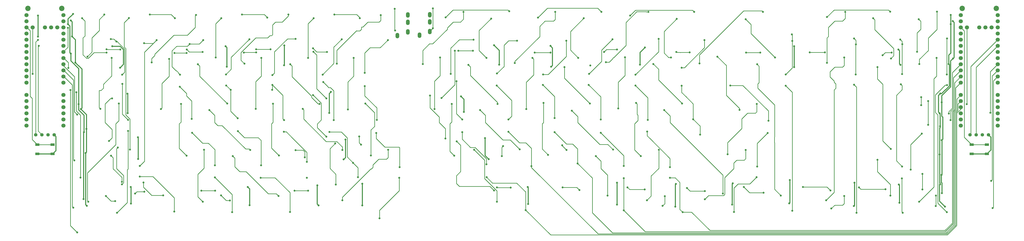
<source format=gbr>
G04 #@! TF.GenerationSoftware,KiCad,Pcbnew,(5.1.9)-1*
G04 #@! TF.CreationDate,2021-03-29T22:20:50-07:00*
G04 #@! TF.ProjectId,bakekujira,62616b65-6b75-46a6-9972-612e6b696361,0.3*
G04 #@! TF.SameCoordinates,Original*
G04 #@! TF.FileFunction,Copper,L1,Top*
G04 #@! TF.FilePolarity,Positive*
%FSLAX46Y46*%
G04 Gerber Fmt 4.6, Leading zero omitted, Abs format (unit mm)*
G04 Created by KiCad (PCBNEW (5.1.9)-1) date 2021-03-29 22:20:50*
%MOMM*%
%LPD*%
G01*
G04 APERTURE LIST*
G04 #@! TA.AperFunction,ComponentPad*
%ADD10C,1.397000*%
G04 #@! TD*
G04 #@! TA.AperFunction,ComponentPad*
%ADD11C,1.700000*%
G04 #@! TD*
G04 #@! TA.AperFunction,ComponentPad*
%ADD12C,2.200000*%
G04 #@! TD*
G04 #@! TA.AperFunction,ComponentPad*
%ADD13O,1.500000X2.300000*%
G04 #@! TD*
G04 #@! TA.AperFunction,SMDPad,CuDef*
%ADD14R,1.700000X1.000000*%
G04 #@! TD*
G04 #@! TA.AperFunction,ViaPad*
%ADD15C,0.800000*%
G04 #@! TD*
G04 #@! TA.AperFunction,Conductor*
%ADD16C,0.381000*%
G04 #@! TD*
G04 #@! TA.AperFunction,Conductor*
%ADD17C,0.254000*%
G04 #@! TD*
G04 APERTURE END LIST*
D10*
X420587500Y-90000000D03*
X418047500Y-90000000D03*
X415507500Y-90000000D03*
X412967500Y-90000000D03*
D11*
X409179000Y-40513000D03*
X424394000Y-43053000D03*
D12*
X409789000Y-37688200D03*
X423784400Y-37688200D03*
D11*
X424394000Y-40513000D03*
X421854000Y-45593000D03*
X424394000Y-45593000D03*
X424394000Y-48133000D03*
X424394000Y-50673000D03*
X424394000Y-53213000D03*
X419314000Y-45593000D03*
X416774000Y-45593000D03*
X424394000Y-55753000D03*
X424394000Y-58293000D03*
X424394000Y-60833000D03*
X424394000Y-63373000D03*
X424394000Y-65913000D03*
X424394000Y-68453000D03*
X424394000Y-76073000D03*
X424394000Y-81153000D03*
X424394000Y-83693000D03*
X424394000Y-78613000D03*
X424394000Y-86233000D03*
X424394000Y-73533000D03*
X409179000Y-43053000D03*
X409179000Y-45593000D03*
X409179000Y-50673000D03*
X411719000Y-45593000D03*
X409179000Y-48133000D03*
X409179000Y-53213000D03*
X409179000Y-55753000D03*
X409179000Y-58293000D03*
X409179000Y-63373000D03*
X409179000Y-65913000D03*
X409179000Y-60833000D03*
X409179000Y-68453000D03*
X409179000Y-76073000D03*
X409179000Y-73533000D03*
X409179000Y-81153000D03*
X409179000Y-78613000D03*
X409179000Y-83693000D03*
X409179000Y-86233000D03*
X23759000Y-40513000D03*
X38974000Y-43053000D03*
D12*
X24369000Y-37688200D03*
X38364400Y-37688200D03*
D11*
X38974000Y-40513000D03*
X36434000Y-45593000D03*
X38974000Y-45593000D03*
X38974000Y-48133000D03*
X38974000Y-50673000D03*
X38974000Y-53213000D03*
X33894000Y-45593000D03*
X31354000Y-45593000D03*
X38974000Y-55753000D03*
X38974000Y-58293000D03*
X38974000Y-60833000D03*
X38974000Y-63373000D03*
X38974000Y-65913000D03*
X38974000Y-68453000D03*
X38974000Y-76073000D03*
X38974000Y-81153000D03*
X38974000Y-83693000D03*
X38974000Y-78613000D03*
X38974000Y-86233000D03*
X38974000Y-73533000D03*
X23759000Y-43053000D03*
X23759000Y-45593000D03*
X23759000Y-50673000D03*
X26299000Y-45593000D03*
X23759000Y-48133000D03*
X23759000Y-53213000D03*
X23759000Y-55753000D03*
X23759000Y-58293000D03*
X23759000Y-63373000D03*
X23759000Y-65913000D03*
X23759000Y-60833000D03*
X23759000Y-68453000D03*
X23759000Y-76073000D03*
X23759000Y-73533000D03*
X23759000Y-81153000D03*
X23759000Y-78613000D03*
X23759000Y-83693000D03*
X23759000Y-86233000D03*
D10*
X35215000Y-90000000D03*
X32675000Y-90000000D03*
X30135000Y-90000000D03*
X27595000Y-90000000D03*
D13*
X181102000Y-40430000D03*
X181102000Y-43430000D03*
X181102000Y-47430000D03*
X176802000Y-48930000D03*
X190173500Y-40303000D03*
X190173500Y-43303000D03*
X190173500Y-47303000D03*
X185873500Y-48803000D03*
D14*
X34555000Y-97900000D03*
X28255000Y-97900000D03*
X34555000Y-94100000D03*
X28255000Y-94100000D03*
X419927500Y-97900000D03*
X413627500Y-97900000D03*
X419927500Y-94100000D03*
X413627500Y-94100000D03*
D15*
X47342490Y-116586000D03*
X40894004Y-44196010D03*
X47498000Y-88900000D03*
X42989079Y-39957069D03*
X42037000Y-56388000D03*
X45292839Y-77321888D03*
X40865500Y-45720000D03*
X208216500Y-50673000D03*
X198818500Y-64770000D03*
X203517500Y-83693000D03*
X203517500Y-88900000D03*
X229679500Y-121158000D03*
X213515510Y-102235000D03*
X213571569Y-107547940D03*
X201168000Y-67818000D03*
X41021000Y-62357000D03*
X44704000Y-81661000D03*
X421372990Y-80899000D03*
X43526010Y-100584000D03*
X421700000Y-109100000D03*
X43053000Y-120142000D03*
X175641000Y-37846000D03*
X175810475Y-46820525D03*
X267335000Y-54737000D03*
X262001000Y-55753000D03*
X95885000Y-113157000D03*
X101600000Y-113157000D03*
X392811000Y-74422000D03*
X392874500Y-77787500D03*
X147701000Y-55753000D03*
X141986000Y-54229000D03*
X124460000Y-54610000D03*
X118491010Y-54610000D03*
X147447000Y-74930000D03*
X142113000Y-55626000D03*
X134366000Y-113157000D03*
X139954000Y-113157000D03*
X196596000Y-91567000D03*
X190246000Y-73787000D03*
X201231500Y-92710000D03*
X216655933Y-113036067D03*
X61468000Y-95250000D03*
X63119000Y-110474003D03*
X225234500Y-60325000D03*
X241871500Y-39154021D03*
X65659000Y-83820000D03*
X58547000Y-50419000D03*
X63246000Y-65151000D03*
X65659000Y-88392000D03*
X61087000Y-122301000D03*
X60833000Y-51435000D03*
X63274361Y-68903959D03*
X77470000Y-50800000D03*
X70485000Y-102870000D03*
X84709000Y-121793000D03*
X72276000Y-52095489D03*
X70485000Y-107276979D03*
X96647000Y-50800000D03*
X86995000Y-70104000D03*
X91948000Y-83439000D03*
X92075000Y-89154000D03*
X101473000Y-102616000D03*
X108585000Y-122047000D03*
X87122000Y-65151000D03*
X91059000Y-52422490D03*
X101473000Y-107657979D03*
X106172000Y-69596000D03*
X110871000Y-83185000D03*
X110998000Y-88519000D03*
X120523000Y-102616000D03*
X132461000Y-121920000D03*
X106045000Y-65024000D03*
X115697000Y-50453990D03*
X120396000Y-107784979D03*
X108013500Y-71408990D03*
X125222000Y-69342000D03*
X130048000Y-83947000D03*
X129921000Y-88773000D03*
X125222000Y-65278000D03*
X134747000Y-50291992D03*
X139446000Y-101219000D03*
X125095000Y-71374000D03*
X139446000Y-107784979D03*
X153797000Y-50482500D03*
X145923000Y-65151000D03*
X148774430Y-88830421D03*
X150495000Y-83947000D03*
X146177000Y-68199000D03*
X158496000Y-101600000D03*
X160528000Y-107568996D03*
X44323000Y-72390000D03*
X46037500Y-107759500D03*
X172847000Y-50800000D03*
X163322000Y-64389000D03*
X163322000Y-69850000D03*
X168275000Y-83820000D03*
X168021000Y-89281000D03*
X177673000Y-103378000D03*
X177546000Y-107823000D03*
X169418000Y-124587000D03*
X44704000Y-130429000D03*
X41910000Y-71501000D03*
X217868500Y-64643000D03*
X226123500Y-51054000D03*
X217741500Y-69596000D03*
X222567500Y-83693000D03*
X222567500Y-88773000D03*
X232092500Y-102997000D03*
X246443500Y-51054000D03*
X241617500Y-83058000D03*
X241617500Y-88900000D03*
X251142500Y-101854000D03*
X236791500Y-69342006D03*
X236918500Y-65024000D03*
X260667500Y-83693000D03*
X260667500Y-89154000D03*
X270192500Y-102870000D03*
X270192500Y-107950000D03*
X270192500Y-121285000D03*
X265468100Y-50469800D03*
X255714500Y-69342000D03*
X255841500Y-64770000D03*
X294449500Y-122047000D03*
X289242500Y-107823000D03*
X284543500Y-50292000D03*
X275018500Y-65151000D03*
X275018500Y-69596000D03*
X279844500Y-88646000D03*
X280098500Y-83820000D03*
X289242500Y-103378000D03*
X294068500Y-69723000D03*
X298767500Y-83566000D03*
X294068500Y-62230000D03*
X303466500Y-50800000D03*
X301625000Y-89916000D03*
X404956946Y-83947000D03*
X339661500Y-121412000D03*
X336994500Y-69723000D03*
X336994500Y-65024000D03*
X339680499Y-51136499D03*
X339534500Y-48450500D03*
X315658500Y-121920000D03*
X324929500Y-107569000D03*
X325183500Y-103124000D03*
X314134500Y-69596000D03*
X329882500Y-84201000D03*
X329501500Y-89281000D03*
X404304500Y-81216500D03*
X191452500Y-37719000D03*
X191452500Y-45875000D03*
X207899000Y-55245000D03*
X201929996Y-55245000D03*
X297307000Y-55880000D03*
X291846000Y-55753000D03*
X223520000Y-111887000D03*
X217805000Y-111760000D03*
X251904500Y-112903000D03*
X244919500Y-111760000D03*
X278828500Y-112649000D03*
X271716500Y-111760000D03*
X187261500Y-60706000D03*
X204025500Y-39144510D03*
X262826500Y-59944000D03*
X280352500Y-39154021D03*
X301434500Y-60452000D03*
X327596500Y-39100032D03*
X376936000Y-57121500D03*
X380619000Y-56007000D03*
X391160000Y-55626000D03*
X391795000Y-42164000D03*
X93726000Y-40386000D03*
X75438000Y-60071000D03*
X131826000Y-40259000D03*
X113665000Y-60579000D03*
X142240000Y-41783000D03*
X139954000Y-58166000D03*
X28847989Y-53200000D03*
X28500000Y-50700000D03*
X320611500Y-56007000D03*
X326453500Y-56007000D03*
X194945000Y-74803000D03*
X200440999Y-55210007D03*
X422300000Y-120300002D03*
X196659500Y-41402000D03*
X222948500Y-38890510D03*
X54229000Y-79248000D03*
X58928000Y-58166000D03*
X325056500Y-77244500D03*
X312991500Y-98044000D03*
X163576000Y-77089000D03*
X165862000Y-98615502D03*
X411600000Y-77299996D03*
X149352000Y-72263000D03*
X148669501Y-80946499D03*
X154590490Y-100171510D03*
X69797501Y-100001499D03*
X69723000Y-91059000D03*
X48641000Y-119380000D03*
X162284490Y-119221510D03*
X162306000Y-110236000D03*
X115824004Y-119126000D03*
X42037000Y-42672000D03*
X46228000Y-79375000D03*
X62357000Y-62230000D03*
X59182000Y-53339988D03*
X106426000Y-61849000D03*
X105918000Y-53340000D03*
X66854490Y-118438510D03*
X66802000Y-111633000D03*
X115062000Y-111633000D03*
X144272000Y-119253000D03*
X143764000Y-110963000D03*
X65532000Y-81026000D03*
X65452522Y-73025000D03*
X48133004Y-97536000D03*
X130079490Y-52990490D03*
X130048000Y-61214000D03*
X42545000Y-49276000D03*
X43953778Y-60107827D03*
X155355990Y-91948000D03*
X48533003Y-87610997D03*
X26300000Y-64800000D03*
X28499998Y-49400000D03*
X28500000Y-40700000D03*
X354012500Y-60198000D03*
X361505500Y-39116000D03*
X258635500Y-98806000D03*
X263461500Y-115189000D03*
X151384000Y-110617000D03*
X151130000Y-93564010D03*
X169890249Y-40478685D03*
X151765000Y-60579000D03*
X218122500Y-77216000D03*
X206057500Y-61087000D03*
X245706900Y-62001400D03*
X256222500Y-77089000D03*
X79248000Y-79375000D03*
X82612782Y-58648521D03*
X199199500Y-77216000D03*
X200215500Y-98679000D03*
X284600933Y-96208567D03*
X279717500Y-117094000D03*
X380174500Y-115189000D03*
X374840500Y-100330000D03*
X365188500Y-50165000D03*
X365823500Y-65024000D03*
X365188500Y-69250000D03*
X366204500Y-122301000D03*
X365950500Y-52578000D03*
X384238500Y-50546000D03*
X385000500Y-64897000D03*
X384492500Y-69123000D03*
X385000500Y-103124000D03*
X384873500Y-108077000D03*
X385254500Y-122301000D03*
X385063086Y-52549490D03*
X403542500Y-50165000D03*
X403387000Y-65024000D03*
X403542500Y-69469000D03*
X403450490Y-122047000D03*
X141971019Y-73577357D03*
X161798000Y-94107000D03*
X161036000Y-90741500D03*
X147460269Y-90791731D03*
X327774468Y-113995032D03*
X319722500Y-111633000D03*
X234759500Y-41529000D03*
X260921500Y-39100032D03*
X272796000Y-40640000D03*
X299212000Y-39116000D03*
X332549500Y-58039000D03*
X320412029Y-42192510D03*
X194373500Y-58039000D03*
X192087500Y-79375000D03*
X232473500Y-58194500D03*
X229933500Y-79375000D03*
X270700500Y-57912000D03*
X267906500Y-79121000D03*
X66040000Y-41656000D03*
X66445261Y-96139000D03*
X104140000Y-41783000D03*
X101854000Y-58039000D03*
X134747000Y-96393000D03*
X138557000Y-99314000D03*
X287083500Y-115443000D03*
X286194500Y-119431000D03*
X80137000Y-115062000D03*
X58674000Y-98679000D03*
X72009000Y-109728000D03*
X63119000Y-109474000D03*
X56515000Y-115316000D03*
X60325000Y-117475000D03*
X97027282Y-96167500D03*
X96520000Y-117728996D03*
X107696000Y-117221000D03*
X103999032Y-115075968D03*
X55880000Y-40259000D03*
X48895000Y-57658000D03*
X127762000Y-115316000D03*
X108839000Y-98806000D03*
X172986532Y-96167500D03*
X154051000Y-117094000D03*
X405955500Y-58420000D03*
X401256500Y-106630823D03*
X401383494Y-114173000D03*
X401291490Y-92202000D03*
X401291499Y-76552499D03*
X405834989Y-42926000D03*
X404177500Y-60706000D03*
X230695500Y-118618000D03*
X383857500Y-118110000D03*
X383603500Y-110617000D03*
X365315500Y-109855000D03*
X365061500Y-119507000D03*
X338645500Y-108712000D03*
X338391500Y-118364000D03*
X315150500Y-110109000D03*
X291401500Y-119761000D03*
X267398508Y-118872000D03*
X214439500Y-100076000D03*
X384273500Y-61087000D03*
X340423500Y-61976000D03*
X340423497Y-53340003D03*
X256349500Y-61341000D03*
X218757500Y-60960000D03*
X314896500Y-118872000D03*
X291655500Y-110362996D03*
X267398500Y-109855000D03*
X400592990Y-86487000D03*
X400592990Y-110490000D03*
X230530676Y-111595176D03*
X400685000Y-72898000D03*
X216662006Y-52959000D03*
X278892000Y-53848000D03*
X276860000Y-60960000D03*
X240157000Y-61849000D03*
X239903000Y-53213000D03*
X400685000Y-72898000D03*
X400494500Y-81118010D03*
X400465998Y-98142498D03*
X402653500Y-119761000D03*
X405003000Y-44259500D03*
X383413000Y-54737000D03*
X203009500Y-74104500D03*
X204216000Y-80518000D03*
X212915500Y-91376500D03*
X405000000Y-40400000D03*
X89789000Y-56134000D03*
X84836000Y-56134000D03*
X62484000Y-54737000D03*
X56769000Y-54610000D03*
X118491000Y-55880000D03*
X113411000Y-56007000D03*
X96393000Y-55753000D03*
X89916000Y-54737000D03*
X355409500Y-113030000D03*
X344106500Y-111633000D03*
X378142500Y-112522000D03*
X367220500Y-111760000D03*
X393319000Y-112649000D03*
X393319000Y-106172000D03*
X388556500Y-104394002D03*
X393128500Y-89535000D03*
X346900500Y-55880000D03*
X353123500Y-55880000D03*
X56769000Y-56007000D03*
X46736000Y-41783000D03*
X303593500Y-113284000D03*
X296227500Y-112014000D03*
X395732000Y-76073000D03*
X395732000Y-85836030D03*
X59055000Y-74930000D03*
X57785000Y-92583000D03*
X68580000Y-114300000D03*
X72390000Y-113538000D03*
X213550500Y-58166000D03*
X215455500Y-41910000D03*
X251396500Y-58166000D03*
X253682500Y-41783000D03*
X292036500Y-42037000D03*
X289623500Y-58038998D03*
X354012506Y-41275000D03*
X380055327Y-39084032D03*
X373062500Y-41783000D03*
X380366624Y-58409327D03*
X392112500Y-60706000D03*
X399351500Y-39081010D03*
X74676000Y-40259000D03*
X84963000Y-41783000D03*
X112649000Y-40259000D03*
X123063000Y-41529000D03*
X161290000Y-41783000D03*
X150749000Y-40259000D03*
X282384500Y-60706000D03*
X294195500Y-77088999D03*
X308800500Y-57658000D03*
X317944500Y-79657521D03*
X325183500Y-60833000D03*
X334962500Y-115189000D03*
X361124500Y-58039000D03*
X353631500Y-117094000D03*
X380301500Y-95885000D03*
X374840500Y-61976000D03*
X399224500Y-58166000D03*
X391985500Y-117729000D03*
X106553000Y-77089000D03*
X94488000Y-60833000D03*
X120650000Y-58194500D03*
X118364000Y-79248000D03*
X132588000Y-60833000D03*
X144653000Y-77216000D03*
X158750000Y-58194500D03*
X156337000Y-79502000D03*
X210883500Y-79756000D03*
X227266500Y-96012000D03*
X237045500Y-76835000D03*
X238950500Y-98298000D03*
X248729500Y-80010000D03*
X265711309Y-96138999D03*
X275272500Y-76835000D03*
X277177500Y-98806000D03*
X286829500Y-79756000D03*
X311086500Y-114300000D03*
X49276000Y-117729000D03*
X61849000Y-77089000D03*
X87503000Y-77216000D03*
X89789000Y-98679000D03*
X99187000Y-79756000D03*
X116078000Y-96266000D03*
X125476000Y-77117500D03*
X127889000Y-98551994D03*
X137715692Y-79284986D03*
X154048795Y-96274322D03*
X208432225Y-96167500D03*
X217868500Y-117729000D03*
X219837000Y-98869500D03*
X246507000Y-96329500D03*
X244729000Y-94361000D03*
X220345000Y-94678500D03*
X320484500Y-96294500D03*
X303593500Y-116713000D03*
X361124500Y-115316000D03*
X355790500Y-120523000D03*
X398970500Y-115189000D03*
X398843500Y-119507000D03*
X239903000Y-56007000D03*
X233426000Y-56007000D03*
D16*
X47342490Y-116586000D02*
X47342490Y-89055510D01*
X47342490Y-89055510D02*
X47498000Y-88900000D01*
X40894004Y-44196010D02*
X40894004Y-42052144D01*
X40894004Y-42052144D02*
X42989079Y-39957069D01*
X41656000Y-44958006D02*
X41656000Y-56007000D01*
X40894004Y-44196010D02*
X41656000Y-44958006D01*
X41656000Y-56007000D02*
X42037000Y-56388000D01*
X42037000Y-59366683D02*
X45292839Y-62622522D01*
X42037000Y-56388000D02*
X42037000Y-59366683D01*
X45292839Y-79709839D02*
X45292839Y-77321888D01*
X47498000Y-81915000D02*
X45292839Y-79709839D01*
X47498000Y-88900000D02*
X47498000Y-81915000D01*
X45292839Y-62622522D02*
X45292839Y-77321888D01*
X35913499Y-96541501D02*
X34555000Y-97900000D01*
X34555000Y-97900000D02*
X28255000Y-97900000D01*
X35913499Y-90698499D02*
X35215000Y-90000000D01*
X35913499Y-96541501D02*
X35913499Y-90698499D01*
D17*
X40865500Y-53752500D02*
X40865500Y-45720000D01*
X39025000Y-55593000D02*
X40865500Y-53752500D01*
X229679500Y-121158000D02*
X229679500Y-113665000D01*
X229679500Y-113665000D02*
X225996500Y-109982000D01*
X225996500Y-109982000D02*
X216005629Y-109982000D01*
X216005629Y-109982000D02*
X213571569Y-107547940D01*
X213515510Y-99914010D02*
X213515510Y-102235000D01*
X208851500Y-95250000D02*
X213515510Y-99914010D01*
X206946500Y-95250000D02*
X208851500Y-95250000D01*
X203517500Y-91821000D02*
X206946500Y-95250000D01*
X203517500Y-88900000D02*
X203517500Y-91821000D01*
X203517500Y-83693000D02*
X201168000Y-81343500D01*
X201168000Y-81343500D02*
X201168000Y-67818000D01*
X198818500Y-54165500D02*
X198818500Y-64770000D01*
X202311000Y-50673000D02*
X198818500Y-54165500D01*
X208216500Y-50673000D02*
X202311000Y-50673000D01*
X239985521Y-131464021D02*
X229679500Y-121158000D01*
X403544682Y-131464022D02*
X239985521Y-131464021D01*
X407500000Y-127508704D02*
X403544682Y-131464022D01*
X407500000Y-81090038D02*
X407500000Y-127508704D01*
X409179000Y-79411038D02*
X407500000Y-81090038D01*
X409179000Y-78613000D02*
X409179000Y-79411038D01*
X39025000Y-58133000D02*
X41021000Y-60129000D01*
X41021000Y-60129000D02*
X41021000Y-62357000D01*
X43595995Y-80552995D02*
X44704000Y-81661000D01*
X39025000Y-60673000D02*
X39025000Y-61436962D01*
X39025000Y-61436962D02*
X43595995Y-66007957D01*
X43595995Y-66007957D02*
X43595995Y-80552995D01*
X424394000Y-60833000D02*
X421372990Y-63854010D01*
X421372990Y-63854010D02*
X421372990Y-80899000D01*
X43126011Y-100184001D02*
X43526010Y-100584000D01*
X43126011Y-67314011D02*
X43126011Y-100184001D01*
X39025000Y-63213000D02*
X43126011Y-67314011D01*
X422099999Y-108700001D02*
X421700000Y-109100000D01*
X422099999Y-65667001D02*
X422099999Y-108700001D01*
X424394000Y-63373000D02*
X422099999Y-65667001D01*
X39025000Y-65753000D02*
X39025000Y-66479451D01*
X42653001Y-69381001D02*
X39025000Y-65753000D01*
X43053000Y-120142000D02*
X42653001Y-119742001D01*
X42653001Y-119742001D02*
X42653001Y-69381001D01*
X175641000Y-46651050D02*
X175810475Y-46820525D01*
X175641000Y-37846000D02*
X175641000Y-46651050D01*
X263017000Y-54737000D02*
X262001000Y-55753000D01*
X267335000Y-54737000D02*
X263017000Y-54737000D01*
X95885000Y-113157000D02*
X101600000Y-113157000D01*
X392811000Y-74422000D02*
X392811000Y-77724000D01*
X392811000Y-77724000D02*
X392874500Y-77787500D01*
X143510000Y-55753000D02*
X141986000Y-54229000D01*
X147701000Y-55753000D02*
X143510000Y-55753000D01*
X124460000Y-54610000D02*
X118491010Y-54610000D01*
X143517001Y-57030001D02*
X142113000Y-55626000D01*
X147447000Y-74930000D02*
X143517001Y-71000001D01*
X143517001Y-71000001D02*
X143517001Y-57030001D01*
X134366000Y-113157000D02*
X139954000Y-113157000D01*
X194060249Y-82679039D02*
X190246000Y-78864790D01*
X194060249Y-84960961D02*
X194060249Y-82679039D01*
X190246000Y-78864790D02*
X190246000Y-73787000D01*
X196596000Y-87496712D02*
X194060249Y-84960961D01*
X196596000Y-91567000D02*
X196596000Y-87496712D01*
X214963965Y-111344099D02*
X216655933Y-113036067D01*
X202345901Y-111344099D02*
X214963965Y-111344099D01*
X202342750Y-111347250D02*
X202345901Y-111344099D01*
X201168000Y-110172500D02*
X202342750Y-111347250D01*
X201168000Y-106934000D02*
X201168000Y-110172500D01*
X202882500Y-105219500D02*
X201168000Y-106934000D01*
X202882500Y-94361000D02*
X202882500Y-105219500D01*
X201231500Y-92710000D02*
X202882500Y-94361000D01*
X63846001Y-109822961D02*
X63194959Y-110474003D01*
X63846001Y-106892713D02*
X63846001Y-109822961D01*
X60964249Y-104010961D02*
X63846001Y-106892713D01*
X63194959Y-110474003D02*
X63119000Y-110474003D01*
X60964249Y-95753751D02*
X60964249Y-104010961D01*
X61468000Y-95250000D02*
X60964249Y-95753751D01*
X235496751Y-45138249D02*
X237676990Y-42958010D01*
X225234500Y-60325000D02*
X225234500Y-59621288D01*
X237676990Y-42958010D02*
X241164804Y-42958010D01*
X225234500Y-59621288D02*
X235496751Y-49359037D01*
X241164804Y-42958010D02*
X241871500Y-42251314D01*
X235496751Y-49359037D02*
X235496751Y-45138249D01*
X241871500Y-42251314D02*
X241871500Y-39154021D01*
X26162000Y-88074500D02*
X26225500Y-88138000D01*
X26162000Y-92007000D02*
X28255000Y-94100000D01*
X26162000Y-88074500D02*
X26162000Y-92007000D01*
X28255000Y-94100000D02*
X34555000Y-94100000D01*
X26162000Y-74993500D02*
X26162000Y-88074500D01*
X25300000Y-74131500D02*
X26162000Y-74993500D01*
X25300000Y-46948000D02*
X25300000Y-74131500D01*
X23785000Y-45433000D02*
X25300000Y-46948000D01*
X419927500Y-94100000D02*
X413627500Y-94100000D01*
X419481000Y-93653500D02*
X419927500Y-94100000D01*
X409179000Y-45593000D02*
X410572999Y-46986999D01*
X410572999Y-46986999D02*
X410572999Y-91045499D01*
X410572999Y-91045499D02*
X413627500Y-94100000D01*
X59817000Y-50419000D02*
X60833000Y-51435000D01*
X58547000Y-50419000D02*
X59817000Y-50419000D01*
X61183871Y-51435000D02*
X60833000Y-51435000D01*
X64271511Y-54522640D02*
X61183871Y-51435000D01*
X63246000Y-65151000D02*
X64271511Y-64125489D01*
X64271511Y-64125489D02*
X64271511Y-54522640D01*
X63274361Y-81435361D02*
X63274361Y-68903959D01*
X65659000Y-83820000D02*
X63274361Y-81435361D01*
X65659000Y-88392000D02*
X65718251Y-88451251D01*
X65370002Y-118017998D02*
X61087000Y-122301000D01*
X65324249Y-108952285D02*
X65370002Y-108998038D01*
X65718251Y-88451251D02*
X65718251Y-104139037D01*
X65370002Y-108998038D02*
X65370002Y-118017998D01*
X65324249Y-104533039D02*
X65324249Y-108952285D01*
X65718251Y-104139037D02*
X65324249Y-104533039D01*
X70485000Y-102870000D02*
X72424999Y-100930001D01*
X72424999Y-100930001D02*
X72424999Y-55845001D01*
X72377511Y-52197000D02*
X72276000Y-52095489D01*
X76073000Y-52197000D02*
X72377511Y-52197000D01*
X72424999Y-55845001D02*
X76073000Y-52197000D01*
X76073000Y-52197000D02*
X77470000Y-50800000D01*
X84709000Y-116078000D02*
X75907979Y-107276979D01*
X75907979Y-107276979D02*
X70485000Y-107276979D01*
X84709000Y-121793000D02*
X84709000Y-116078000D01*
X92075000Y-89154000D02*
X96393000Y-93472000D01*
X96393000Y-93472000D02*
X98806000Y-93472000D01*
X101473000Y-96139000D02*
X101473000Y-102616000D01*
X98806000Y-93472000D02*
X101473000Y-96139000D01*
X89823999Y-73945461D02*
X91948000Y-76069462D01*
X89823999Y-72932999D02*
X89823999Y-73945461D01*
X91948000Y-76069462D02*
X91948000Y-83439000D01*
X86995000Y-70104000D02*
X88392000Y-71501000D01*
X88392000Y-71501000D02*
X89823999Y-72932999D01*
X95024510Y-52422490D02*
X91059000Y-52422490D01*
X96647000Y-50800000D02*
X95024510Y-52422490D01*
X108585000Y-122047000D02*
X108585000Y-114769979D01*
X108585000Y-114769979D02*
X101473000Y-107657979D01*
X85725000Y-53340000D02*
X90141490Y-53340000D01*
X83820000Y-55245000D02*
X85725000Y-53340000D01*
X83820000Y-61849000D02*
X83820000Y-55245000D01*
X85463999Y-63492999D02*
X83820000Y-61849000D01*
X85702961Y-63492999D02*
X85463999Y-63492999D01*
X90141490Y-53340000D02*
X91059000Y-52422490D01*
X86367001Y-64157039D02*
X85702961Y-63492999D01*
X86367001Y-64396001D02*
X86367001Y-64157039D01*
X87122000Y-65151000D02*
X86367001Y-64396001D01*
X110998000Y-88519000D02*
X113665000Y-91186000D01*
X113665000Y-91186000D02*
X119380000Y-91186000D01*
X120523000Y-92329000D02*
X120523000Y-102616000D01*
X119380000Y-91186000D02*
X120523000Y-92329000D01*
X132461000Y-121920000D02*
X132461000Y-113919000D01*
X132461000Y-113919000D02*
X126326979Y-107784979D01*
X126326979Y-107784979D02*
X120396000Y-107784979D01*
X108204000Y-57946990D02*
X115697000Y-50453990D01*
X108204000Y-62865000D02*
X108204000Y-57946990D01*
X106045000Y-65024000D02*
X108204000Y-62865000D01*
X106172000Y-69596000D02*
X107984990Y-71408990D01*
X110871000Y-83185000D02*
X108013500Y-80327500D01*
X107984990Y-71408990D02*
X108013500Y-71408990D01*
X108013500Y-80327500D02*
X108013500Y-71408990D01*
X129540000Y-83439000D02*
X130048000Y-83947000D01*
X129540000Y-73660000D02*
X129540000Y-83439000D01*
X125222000Y-69342000D02*
X129540000Y-73660000D01*
X129921000Y-88773000D02*
X130944068Y-88773000D01*
X139446000Y-97274932D02*
X139446000Y-101219000D01*
X133353534Y-91182466D02*
X139446000Y-97274932D01*
X130944068Y-88773000D02*
X133353534Y-91182466D01*
X125222000Y-69342000D02*
X125222000Y-71247000D01*
X125222000Y-71247000D02*
X125095000Y-71374000D01*
X131445008Y-50291992D02*
X134747000Y-50291992D01*
X126047500Y-55689500D02*
X131445008Y-50291992D01*
X126047500Y-64452500D02*
X126047500Y-55689500D01*
X125222000Y-65278000D02*
X126047500Y-64452500D01*
X150558500Y-60515500D02*
X145923000Y-65151000D01*
X153797000Y-50482500D02*
X150558500Y-53721000D01*
X150558500Y-53721000D02*
X150558500Y-60515500D01*
X150495000Y-83947000D02*
X150495000Y-71824315D01*
X150495000Y-71824315D02*
X149155685Y-70485000D01*
X149155685Y-70485000D02*
X148209000Y-70485000D01*
X148209000Y-70231000D02*
X148209000Y-70485000D01*
X146177000Y-68199000D02*
X148209000Y-70231000D01*
X158496000Y-101600000D02*
X160528000Y-103632000D01*
X160528000Y-103632000D02*
X160528000Y-107568996D01*
X156083000Y-91253038D02*
X156083000Y-99187000D01*
X156083000Y-99187000D02*
X158496000Y-101600000D01*
X153660383Y-88830421D02*
X156083000Y-91253038D01*
X148774430Y-88830421D02*
X153660383Y-88830421D01*
X46037500Y-81918538D02*
X46037500Y-107759500D01*
X44323000Y-80204038D02*
X46037500Y-81918538D01*
X44323000Y-72390000D02*
X44323000Y-80204038D01*
X163322000Y-56134000D02*
X163322000Y-64389000D01*
X165481000Y-53975000D02*
X163322000Y-56134000D01*
X169672000Y-53975000D02*
X165481000Y-53975000D01*
X172847000Y-50800000D02*
X169672000Y-53975000D01*
X168275000Y-78867000D02*
X168275000Y-83820000D01*
X163322000Y-73914000D02*
X168275000Y-78867000D01*
X163322000Y-69850000D02*
X163322000Y-73914000D01*
X177419000Y-95123000D02*
X177673000Y-95377000D01*
X177673000Y-95377000D02*
X177673000Y-103378000D01*
X171577000Y-95123000D02*
X177419000Y-95123000D01*
X168021000Y-91567000D02*
X171577000Y-95123000D01*
X168021000Y-89281000D02*
X168021000Y-91567000D01*
X44704000Y-130429000D02*
X41925991Y-127650991D01*
X41925991Y-127650991D02*
X41925991Y-71501000D01*
X41925991Y-71501000D02*
X41910000Y-71501000D01*
X169418000Y-121285000D02*
X169418000Y-124587000D01*
X177546000Y-113157000D02*
X169418000Y-121285000D01*
X177546000Y-107823000D02*
X177546000Y-113157000D01*
X222567500Y-88773000D02*
X227139500Y-93345000D01*
X227139500Y-93345000D02*
X229806500Y-93345000D01*
X229806500Y-93345000D02*
X232092500Y-95631000D01*
X232092500Y-95631000D02*
X232092500Y-102997000D01*
X223964500Y-82296000D02*
X222567500Y-83693000D01*
X223964500Y-75819000D02*
X223964500Y-82296000D01*
X217741500Y-69596000D02*
X223964500Y-75819000D01*
X222634536Y-51054000D02*
X226123500Y-51054000D01*
X220789500Y-52899036D02*
X222634536Y-51054000D01*
X220789500Y-61722000D02*
X220789500Y-52899036D01*
X217868500Y-64643000D02*
X220789500Y-61722000D01*
X409179000Y-76073000D02*
X407986284Y-77265716D01*
X407986284Y-77265716D02*
X407986282Y-79961688D01*
X259539826Y-131010011D02*
X232092500Y-103562685D01*
X232092500Y-103562685D02*
X232092500Y-102997000D01*
X407986282Y-79961688D02*
X407045989Y-80901981D01*
X407045989Y-80901981D02*
X407045989Y-127320647D01*
X407045989Y-127320647D02*
X403356625Y-131010011D01*
X403356625Y-131010011D02*
X259539826Y-131010011D01*
X241617500Y-88900000D02*
X246570500Y-93853000D01*
X246570500Y-93853000D02*
X249110500Y-93853000D01*
X251142500Y-95885000D02*
X251142500Y-101854000D01*
X249110500Y-93853000D02*
X251142500Y-95885000D01*
X241617500Y-83058000D02*
X241617500Y-74168006D01*
X240696747Y-73247253D02*
X236791500Y-69342006D01*
X241617500Y-74168006D02*
X240696747Y-73247253D01*
X239014000Y-65024000D02*
X236918500Y-65024000D01*
X246443500Y-57594500D02*
X239014000Y-65024000D01*
X246443500Y-51054000D02*
X246443500Y-57594500D01*
X406591978Y-80713924D02*
X406591978Y-127132590D01*
X265493500Y-130556000D02*
X257199231Y-122261731D01*
X257199231Y-122261731D02*
X257199231Y-107910731D01*
X257199231Y-107910731D02*
X251142500Y-101854000D01*
X403168568Y-130556000D02*
X265493500Y-130556000D01*
X407532272Y-75179728D02*
X407532272Y-79773630D01*
X409179000Y-73533000D02*
X407532272Y-75179728D01*
X407532272Y-79773630D02*
X406591978Y-80713924D01*
X406591978Y-127132590D02*
X403168568Y-130556000D01*
X270192500Y-107950000D02*
X270192500Y-121285000D01*
X260667500Y-83693000D02*
X260667500Y-74295000D01*
X260667500Y-74295000D02*
X255714500Y-69342000D01*
X260667500Y-89154000D02*
X264604500Y-93091000D01*
X264604500Y-93091000D02*
X264604510Y-93091000D01*
X270192500Y-102870000D02*
X270192500Y-98678990D01*
X270192500Y-98678990D02*
X264604510Y-93091000D01*
X260985000Y-59626500D02*
X255841500Y-64770000D01*
X260985000Y-54952900D02*
X260985000Y-59626500D01*
X265468100Y-50469800D02*
X260985000Y-54952900D01*
X278965011Y-130057511D02*
X270192500Y-121285000D01*
X409179000Y-68453000D02*
X407078262Y-70553738D01*
X407078261Y-79585573D02*
X406137967Y-80525867D01*
X407078262Y-70553738D02*
X407078261Y-79585573D01*
X402841557Y-130057511D02*
X278965011Y-130057511D01*
X406137967Y-80525867D02*
X406137967Y-126761101D01*
X406137967Y-126761101D02*
X402841557Y-130057511D01*
X284543500Y-50292000D02*
X284543500Y-55626000D01*
X284543500Y-55626000D02*
X275018500Y-65151000D01*
X279844500Y-90424000D02*
X279844500Y-88646000D01*
X280098500Y-74676000D02*
X280098500Y-83820000D01*
X275018500Y-69596000D02*
X280098500Y-74676000D01*
X291401500Y-107823000D02*
X289242500Y-107823000D01*
X293306500Y-109728000D02*
X291401500Y-107823000D01*
X293306500Y-120904000D02*
X293306500Y-109728000D01*
X294449500Y-122047000D02*
X293306500Y-120904000D01*
X289242500Y-99822000D02*
X289242500Y-103378000D01*
X281432000Y-92011500D02*
X289242500Y-99822000D01*
X281432000Y-92011500D02*
X280924000Y-91503500D01*
X280924000Y-91503500D02*
X279844500Y-90424000D01*
X405683956Y-126573044D02*
X402653500Y-129603500D01*
X305689000Y-129603500D02*
X298132500Y-122047000D01*
X298132500Y-122047000D02*
X294449500Y-122047000D01*
X402653500Y-129603500D02*
X305689000Y-129603500D01*
X405683956Y-80337810D02*
X405683956Y-126573044D01*
X406600010Y-79421756D02*
X405683956Y-80337810D01*
X409179000Y-65913000D02*
X406600011Y-68491989D01*
X406600011Y-68491989D02*
X406600010Y-79421756D01*
X294068500Y-69723000D02*
X294068500Y-72517000D01*
X298767500Y-77216000D02*
X298767500Y-83566000D01*
X294068500Y-62230000D02*
X295211500Y-62230000D01*
X295211500Y-62230000D02*
X303466500Y-53975000D01*
X303466500Y-53975000D02*
X303466500Y-50800000D01*
X294068500Y-72517000D02*
X295783000Y-74231500D01*
X295783000Y-74231500D02*
X298767500Y-77216000D01*
X301625000Y-86423500D02*
X298767500Y-83566000D01*
X301625000Y-89916000D02*
X301625000Y-86423500D01*
X409179000Y-63373000D02*
X406146001Y-66405999D01*
X406146000Y-79233702D02*
X405056946Y-80322756D01*
X405056946Y-83847000D02*
X404956946Y-83947000D01*
X405056946Y-80322756D02*
X405056946Y-83847000D01*
X406146001Y-66405999D02*
X406146000Y-79233702D01*
X336994500Y-69723000D02*
X339661500Y-72390000D01*
X339661500Y-72390000D02*
X339661500Y-79022510D01*
X339661500Y-79438500D02*
X339661500Y-79022510D01*
X339661500Y-121412000D02*
X339661500Y-79438500D01*
X336994500Y-65024000D02*
X339680499Y-62338001D01*
X339680499Y-62338001D02*
X339680499Y-51136499D01*
X339680499Y-51136499D02*
X339680499Y-48596499D01*
X339680499Y-48596499D02*
X339534500Y-48450500D01*
X315658500Y-121920000D02*
X315658500Y-112014000D01*
X322135500Y-110363000D02*
X324929500Y-107569000D01*
X315658500Y-112014000D02*
X317309500Y-110363000D01*
X317309500Y-110363000D02*
X322135500Y-110363000D01*
X325183500Y-103124000D02*
X325183500Y-93599000D01*
X325183500Y-93599000D02*
X329501500Y-89281000D01*
X329882500Y-80200500D02*
X329819000Y-80137000D01*
X319278000Y-69596000D02*
X329819000Y-80137000D01*
X314134500Y-69596000D02*
X319278000Y-69596000D01*
X329882500Y-84201000D02*
X329882500Y-80200500D01*
X409179000Y-60833000D02*
X405691990Y-64320010D01*
X405691990Y-64320010D02*
X405691990Y-79009325D01*
X405691990Y-79009325D02*
X404304500Y-80396815D01*
X404304500Y-80396815D02*
X404304500Y-81216500D01*
X191452500Y-38284685D02*
X191452500Y-37719000D01*
X191452500Y-45875000D02*
X191452500Y-38284685D01*
X190173500Y-47154000D02*
X191452500Y-45875000D01*
X207899000Y-55245000D02*
X201929996Y-55245000D01*
X293471318Y-55969182D02*
X293560500Y-55880000D01*
X291973000Y-55880000D02*
X291846000Y-55753000D01*
X297307000Y-55880000D02*
X291973000Y-55880000D01*
X217932000Y-111887000D02*
X217805000Y-111760000D01*
X223520000Y-111887000D02*
X217932000Y-111887000D01*
X250761500Y-111760000D02*
X244919500Y-111760000D01*
X251904500Y-112903000D02*
X250761500Y-111760000D01*
X272605500Y-112649000D02*
X271716500Y-111760000D01*
X278828500Y-112649000D02*
X272605500Y-112649000D01*
X204025500Y-42124314D02*
X204025500Y-39144510D01*
X202806815Y-43342999D02*
X204025500Y-42124314D01*
X199798501Y-43342999D02*
X202806815Y-43342999D01*
X197396751Y-45744749D02*
X199798501Y-43342999D01*
X197396751Y-46332961D02*
X197396751Y-45744749D01*
X191342212Y-52387500D02*
X197396751Y-46332961D01*
X189992000Y-52387500D02*
X191342212Y-52387500D01*
X187261500Y-55118000D02*
X189992000Y-52387500D01*
X187261500Y-60706000D02*
X187261500Y-55118000D01*
X279391804Y-39083990D02*
X279423814Y-39116000D01*
X271042749Y-43512437D02*
X275471196Y-39083990D01*
X280314479Y-39116000D02*
X280352500Y-39154021D01*
X271042749Y-53061251D02*
X271042749Y-43512437D01*
X265970010Y-58133990D02*
X271042749Y-53061251D01*
X265819196Y-58133990D02*
X265970010Y-58133990D01*
X265592490Y-58360696D02*
X265819196Y-58133990D01*
X275471196Y-39083990D02*
X279391804Y-39083990D01*
X265592490Y-58511510D02*
X265592490Y-58360696D01*
X279423814Y-39116000D02*
X280314479Y-39116000D01*
X264160000Y-59944000D02*
X265592490Y-58511510D01*
X262826500Y-59944000D02*
X264160000Y-59944000D01*
X327196501Y-38700033D02*
X327596500Y-39100032D01*
X319630467Y-38700033D02*
X327196501Y-38700033D01*
X301434500Y-56896000D02*
X319630467Y-38700033D01*
X301434500Y-60452000D02*
X301434500Y-56896000D01*
X378050500Y-56007000D02*
X380619000Y-56007000D01*
X376936000Y-57121500D02*
X378050500Y-56007000D01*
X392691001Y-46332961D02*
X392691001Y-43060001D01*
X391160000Y-47863962D02*
X392691001Y-46332961D01*
X392691001Y-43060001D02*
X391795000Y-42164000D01*
X391160000Y-55626000D02*
X391160000Y-47863962D01*
X90133038Y-48768000D02*
X93326001Y-45575037D01*
X84582000Y-48768000D02*
X90133038Y-48768000D01*
X93326001Y-40785999D02*
X93726000Y-40386000D01*
X76708000Y-56642000D02*
X84582000Y-48768000D01*
X76708000Y-57150000D02*
X76708000Y-56642000D01*
X75438000Y-58420000D02*
X76708000Y-57150000D01*
X93326001Y-45575037D02*
X93326001Y-40785999D01*
X75438000Y-60071000D02*
X75438000Y-58420000D01*
X112268000Y-56007000D02*
X112268000Y-59182000D01*
X124890001Y-48972999D02*
X124218039Y-48972999D01*
X125257999Y-48605001D02*
X124890001Y-48972999D01*
X112268000Y-59182000D02*
X113665000Y-60579000D01*
X124218039Y-48972999D02*
X123267999Y-49923039D01*
X125257999Y-44579039D02*
X125257999Y-48605001D01*
X118351961Y-49923039D02*
X112268000Y-56007000D01*
X123267999Y-49923039D02*
X118351961Y-49923039D01*
X126494039Y-43342999D02*
X125257999Y-44579039D01*
X131826000Y-40824685D02*
X129307686Y-43342999D01*
X129307686Y-43342999D02*
X126494039Y-43342999D01*
X131826000Y-40259000D02*
X131826000Y-40824685D01*
X139954000Y-44069000D02*
X139954000Y-58166000D01*
X142240000Y-41783000D02*
X139954000Y-44069000D01*
X415507500Y-62099500D02*
X415507500Y-90000000D01*
X424394000Y-53213000D02*
X415507500Y-62099500D01*
X413327001Y-89640499D02*
X412967500Y-90000000D01*
X424394000Y-50673000D02*
X413327001Y-61739999D01*
X413327001Y-61739999D02*
X413327001Y-89640499D01*
X28575000Y-88440000D02*
X30135000Y-90000000D01*
X28575000Y-53472989D02*
X28575000Y-88440000D01*
X28847989Y-53200000D02*
X28575000Y-53472989D01*
X27595000Y-90000000D02*
X27595000Y-51605000D01*
X27595000Y-51605000D02*
X28500000Y-50700000D01*
X320611500Y-56007000D02*
X326453500Y-56007000D01*
X200440999Y-69307001D02*
X200440999Y-55210007D01*
X194945000Y-74803000D02*
X200440999Y-69307001D01*
X422600000Y-120000002D02*
X422300000Y-120300002D01*
X422600000Y-67707000D02*
X422600000Y-120000002D01*
X424394000Y-65913000D02*
X422600000Y-67707000D01*
X196659500Y-41402000D02*
X199707500Y-38354000D01*
X199707500Y-38354000D02*
X222411990Y-38354000D01*
X222411990Y-38354000D02*
X222948500Y-38890510D01*
X58928000Y-65659000D02*
X58928000Y-58166000D01*
X55484501Y-69102499D02*
X58928000Y-65659000D01*
X55484501Y-70726961D02*
X55484501Y-69102499D01*
X53721000Y-71677001D02*
X54534461Y-71677001D01*
X53721000Y-78740000D02*
X53721000Y-71677001D01*
X54534461Y-71677001D02*
X55484501Y-70726961D01*
X54229000Y-79248000D02*
X53721000Y-78740000D01*
X312991500Y-93223934D02*
X312991500Y-98044000D01*
X318840501Y-83460499D02*
X318840501Y-87374933D01*
X318840501Y-87374933D02*
X312991500Y-93223934D01*
X321242990Y-81058010D02*
X318840501Y-83460499D01*
X324476804Y-81058010D02*
X321242990Y-81058010D01*
X325056500Y-80478314D02*
X324476804Y-81058010D01*
X325056500Y-77244500D02*
X325056500Y-80478314D01*
X165862000Y-87984462D02*
X165862000Y-98615502D01*
X167329501Y-86516961D02*
X165862000Y-87984462D01*
X167329501Y-80842501D02*
X167329501Y-86516961D01*
X163576000Y-77089000D02*
X167329501Y-80842501D01*
X411719000Y-45593000D02*
X411719000Y-77180996D01*
X411719000Y-77180996D02*
X411600000Y-77299996D01*
D16*
X148669501Y-72945499D02*
X148669501Y-80946499D01*
X149352000Y-72263000D02*
X148669501Y-72945499D01*
X69797501Y-91133501D02*
X69723000Y-91059000D01*
X69797501Y-100001499D02*
X69797501Y-91133501D01*
X162284490Y-110257510D02*
X162306000Y-110236000D01*
X162284490Y-119221510D02*
X162284490Y-110257510D01*
X106426000Y-53848000D02*
X105918000Y-53340000D01*
X106426000Y-61849000D02*
X106426000Y-53848000D01*
X62356988Y-53339988D02*
X59182000Y-53339988D01*
X63754000Y-60833000D02*
X63754000Y-54737000D01*
X62357000Y-62230000D02*
X63754000Y-60833000D01*
X63754000Y-54737000D02*
X62356988Y-53339988D01*
X66854490Y-111685490D02*
X66802000Y-111633000D01*
X66854490Y-118438510D02*
X66854490Y-111685490D01*
X115824004Y-112395004D02*
X115062000Y-111633000D01*
X115824004Y-119126000D02*
X115824004Y-112395004D01*
X65532000Y-73104478D02*
X65452522Y-73025000D01*
X65532000Y-81026000D02*
X65532000Y-73104478D01*
X48133004Y-97536000D02*
X48533003Y-97136001D01*
X48533003Y-81680003D02*
X46228000Y-79375000D01*
X48133004Y-118872004D02*
X48133004Y-97536000D01*
X48641000Y-119380000D02*
X48133004Y-118872004D01*
X48533003Y-97136001D02*
X48533003Y-91420997D01*
X130079490Y-52990490D02*
X130079490Y-61182510D01*
X130079490Y-61182510D02*
X130048000Y-61214000D01*
X143637000Y-111090000D02*
X143764000Y-110963000D01*
X143637000Y-118618000D02*
X143637000Y-111090000D01*
X144272000Y-119253000D02*
X143637000Y-118618000D01*
X42037000Y-42672000D02*
X42545000Y-43180000D01*
X42545000Y-43180000D02*
X42545000Y-49276000D01*
X46228000Y-79375000D02*
X46627999Y-78975001D01*
X46627999Y-78975001D02*
X46627999Y-62782048D01*
X46627999Y-62782048D02*
X43953778Y-60107827D01*
X42545000Y-49276000D02*
X43953778Y-50684778D01*
X43953778Y-50684778D02*
X43953778Y-60107827D01*
X154590490Y-100171510D02*
X155355990Y-99406010D01*
X155355990Y-99406010D02*
X155355990Y-91948000D01*
X48533003Y-87610997D02*
X48533003Y-81680003D01*
X48533003Y-91420997D02*
X48533003Y-87610997D01*
D17*
X26299000Y-64799000D02*
X26300000Y-64800000D01*
X26299000Y-45593000D02*
X26299000Y-64799000D01*
D16*
X28499998Y-49400000D02*
X28499998Y-40700002D01*
X28499998Y-40700002D02*
X28500000Y-40700000D01*
D17*
X353994499Y-60179999D02*
X353994499Y-49923039D01*
X354558501Y-49359037D02*
X354558501Y-45554999D01*
X354558501Y-45554999D02*
X357155490Y-42958010D01*
X361505500Y-41870314D02*
X361505500Y-39116000D01*
X360417804Y-42958010D02*
X361505500Y-41870314D01*
X357155490Y-42958010D02*
X360417804Y-42958010D01*
X353994499Y-49923039D02*
X354558501Y-49359037D01*
X354012500Y-60198000D02*
X353994499Y-60179999D01*
X263461500Y-106737212D02*
X263461500Y-115189000D01*
X260735249Y-104010961D02*
X263461500Y-106737212D01*
X260735249Y-100905749D02*
X260735249Y-104010961D01*
X258635500Y-98806000D02*
X260735249Y-100905749D01*
X151384000Y-110617000D02*
X151384000Y-106324462D01*
X148952001Y-95742009D02*
X151130000Y-93564010D01*
X151384000Y-106324462D02*
X148952001Y-103892463D01*
X148952001Y-103892463D02*
X148952001Y-95742009D01*
X151765000Y-55054500D02*
X151765000Y-60579000D01*
X160042039Y-46997001D02*
X159932269Y-46887231D01*
X161267961Y-46997001D02*
X160042039Y-46997001D01*
X162560000Y-45377038D02*
X161932001Y-45377038D01*
X164594039Y-43342999D02*
X162560000Y-45377038D01*
X161932001Y-45377038D02*
X161932001Y-46332961D01*
X169255001Y-43342999D02*
X164594039Y-43342999D01*
X169890249Y-42707751D02*
X169255001Y-43342999D01*
X159932269Y-46887231D02*
X151765000Y-55054500D01*
X161932001Y-46332961D02*
X161267961Y-46997001D01*
X169890249Y-40478685D02*
X169890249Y-42707751D01*
X218122500Y-77216000D02*
X218122500Y-76650315D01*
X218122500Y-76650315D02*
X206921751Y-65449566D01*
X206921751Y-65449566D02*
X206921751Y-61951251D01*
X206921751Y-61951251D02*
X206057500Y-61087000D01*
X245706900Y-62001400D02*
X245706900Y-66573400D01*
X245706900Y-66573400D02*
X256222500Y-77089000D01*
X79647999Y-68778039D02*
X82612782Y-65813256D01*
X79248000Y-79375000D02*
X79647999Y-78975001D01*
X79647999Y-78975001D02*
X79647999Y-68778039D01*
X82612782Y-65813256D02*
X82612782Y-58648521D01*
X199199500Y-77216000D02*
X199199500Y-84703788D01*
X199199500Y-84703788D02*
X198420249Y-85483039D01*
X198420249Y-85483039D02*
X198420249Y-96883749D01*
X198420249Y-96883749D02*
X200215500Y-98679000D01*
X281449251Y-115362249D02*
X279717500Y-117094000D01*
X281449251Y-107073039D02*
X281449251Y-115362249D01*
X284600933Y-103921357D02*
X281449251Y-107073039D01*
X284600933Y-96208567D02*
X284600933Y-103921357D01*
X374840500Y-105246038D02*
X374840500Y-100330000D01*
X380174500Y-110580038D02*
X374840500Y-105246038D01*
X380174500Y-115189000D02*
X380174500Y-110580038D01*
X366204501Y-121735314D02*
X366204501Y-79276510D01*
X366204500Y-122301000D02*
X366204501Y-121735314D01*
X365188500Y-69250000D02*
X366204501Y-70266001D01*
X366204501Y-78930499D02*
X366204501Y-79276510D01*
X366204501Y-70266001D02*
X366204501Y-78930499D01*
X365950500Y-50927000D02*
X365950500Y-52578000D01*
X365188500Y-50165000D02*
X365950500Y-50927000D01*
X365823500Y-52705000D02*
X365950500Y-52578000D01*
X365823500Y-65024000D02*
X365823500Y-52705000D01*
X385000500Y-51308000D02*
X385000500Y-64897000D01*
X384238500Y-50546000D02*
X385000500Y-51308000D01*
X384873500Y-121920000D02*
X385254500Y-122301000D01*
X384873500Y-108077000D02*
X384873500Y-121920000D01*
X385000500Y-69631000D02*
X384492500Y-69123000D01*
X385000500Y-71326468D02*
X385000500Y-69631000D01*
X382651000Y-73675968D02*
X385000500Y-71326468D01*
X382651000Y-100774500D02*
X382651000Y-73675968D01*
X385000500Y-103124000D02*
X382651000Y-100774500D01*
X403387000Y-50320500D02*
X403387000Y-65024000D01*
X403542500Y-50165000D02*
X403387000Y-50320500D01*
X399722989Y-118319499D02*
X403450490Y-122047000D01*
X399722989Y-81788476D02*
X399722989Y-118319499D01*
X398639485Y-80704972D02*
X399722989Y-81788476D01*
X398639485Y-73550051D02*
X398639485Y-80704972D01*
X402720536Y-69469000D02*
X398639485Y-73550051D01*
X403542500Y-69469000D02*
X402720536Y-69469000D01*
X142090319Y-73577357D02*
X141971019Y-73577357D01*
X145380001Y-76867039D02*
X142090319Y-73577357D01*
X145380001Y-83880461D02*
X145380001Y-76867039D01*
X143713231Y-85547231D02*
X145380001Y-83880461D01*
X143713231Y-87044693D02*
X143713231Y-85547231D01*
X161036000Y-93345000D02*
X161036000Y-90741500D01*
X161798000Y-94107000D02*
X161036000Y-93345000D01*
X147460269Y-90791731D02*
X143713231Y-87044693D01*
X322084532Y-113995032D02*
X327774468Y-113995032D01*
X319722500Y-111633000D02*
X322084532Y-113995032D01*
X238690011Y-37598489D02*
X259419957Y-37598489D01*
X259419957Y-37598489D02*
X260921500Y-39100032D01*
X234759500Y-41529000D02*
X238690011Y-37598489D01*
X272796000Y-40640000D02*
X275008980Y-38427020D01*
X298523020Y-38427020D02*
X299212000Y-39116000D01*
X275008980Y-38427020D02*
X298523020Y-38427020D01*
X332549500Y-58039000D02*
X322647749Y-48137249D01*
X322647749Y-48137249D02*
X322647749Y-44428230D01*
X322647749Y-44428230D02*
X320412029Y-42192510D01*
X194373500Y-65589212D02*
X192087500Y-67875212D01*
X192087500Y-67875212D02*
X192087500Y-79375000D01*
X194373500Y-58039000D02*
X194373500Y-65589212D01*
X229933500Y-68257288D02*
X229933500Y-79375000D01*
X232981500Y-65209288D02*
X229933500Y-68257288D01*
X232981500Y-58702500D02*
X232981500Y-65209288D01*
X232473500Y-58194500D02*
X232981500Y-58702500D01*
X267906500Y-68256212D02*
X267906500Y-79121000D01*
X270700500Y-65462212D02*
X267906500Y-68256212D01*
X270700500Y-57912000D02*
X270700500Y-65462212D01*
X66445261Y-83530299D02*
X66445261Y-96139000D01*
X64090522Y-53699583D02*
X64725522Y-54334583D01*
X64725522Y-54334583D02*
X64725522Y-81810560D01*
X64090522Y-43605478D02*
X64090522Y-53699583D01*
X66040000Y-41656000D02*
X64090522Y-43605478D01*
X64725522Y-81810560D02*
X66445261Y-83530299D01*
X101854000Y-44069000D02*
X101854000Y-58039000D01*
X104140000Y-41783000D02*
X101854000Y-44069000D01*
X138557000Y-97028000D02*
X138557000Y-99314000D01*
X137922000Y-96393000D02*
X138557000Y-97028000D01*
X134747000Y-96393000D02*
X137922000Y-96393000D01*
X287083500Y-118542000D02*
X286194500Y-119431000D01*
X287083500Y-115443000D02*
X287083500Y-118542000D01*
X72009000Y-111690685D02*
X72009000Y-109728000D01*
X80137000Y-115062000D02*
X75380315Y-115062000D01*
X75380315Y-115062000D02*
X72009000Y-111690685D01*
X63119000Y-107638315D02*
X63119000Y-109474000D01*
X58674000Y-98679000D02*
X59538251Y-99543251D01*
X59538251Y-99543251D02*
X59538251Y-104057566D01*
X59538251Y-104057566D02*
X63119000Y-107638315D01*
X58674000Y-117475000D02*
X60325000Y-117475000D01*
X56515000Y-115316000D02*
X58674000Y-117475000D01*
X94488000Y-115696996D02*
X96520000Y-117728996D01*
X94488000Y-106325538D02*
X94488000Y-115696996D01*
X97027282Y-103786256D02*
X94488000Y-106325538D01*
X97027282Y-96167500D02*
X97027282Y-103786256D01*
X106144064Y-117221000D02*
X107696000Y-117221000D01*
X103999032Y-115075968D02*
X106144064Y-117221000D01*
X53812001Y-46860961D02*
X50818999Y-49853963D01*
X55880000Y-40259000D02*
X53812001Y-42326999D01*
X50818999Y-55734001D02*
X48895000Y-57658000D01*
X50818999Y-49853963D02*
X50818999Y-55734001D01*
X53812001Y-42326999D02*
X53812001Y-46860961D01*
X111760000Y-105283000D02*
X109728000Y-103251000D01*
X112014000Y-105283000D02*
X111760000Y-105283000D01*
X109728000Y-103251000D02*
X109728000Y-99695000D01*
X114391001Y-105247001D02*
X112049999Y-105247001D01*
X123517010Y-114373010D02*
X114391001Y-105247001D01*
X112049999Y-105247001D02*
X112014000Y-105283000D01*
X126819010Y-114373010D02*
X123517010Y-114373010D01*
X109728000Y-99695000D02*
X108839000Y-98806000D01*
X127762000Y-115316000D02*
X126819010Y-114373010D01*
X154051000Y-115824000D02*
X154051000Y-117094000D01*
X165727999Y-104147001D02*
X154051000Y-115824000D01*
X172986532Y-99388782D02*
X172267304Y-100108010D01*
X172986532Y-96167500D02*
X172986532Y-99388782D01*
X172267304Y-100108010D02*
X169046022Y-100108010D01*
X166694501Y-103482961D02*
X166030461Y-104147001D01*
X169046022Y-100108010D02*
X166694501Y-102459531D01*
X166030461Y-104147001D02*
X165727999Y-104147001D01*
X166694501Y-102459531D02*
X166694501Y-103482961D01*
D16*
X401256500Y-106630823D02*
X401418490Y-106468833D01*
X401418490Y-106468833D02*
X401418490Y-92329000D01*
X401418490Y-92329000D02*
X401291490Y-92202000D01*
X401170987Y-109669431D02*
X401383494Y-109881938D01*
X401383494Y-109881938D02*
X401383494Y-114173000D01*
X401170987Y-106716336D02*
X401170987Y-109669431D01*
X401256500Y-106630823D02*
X401170987Y-106716336D01*
X401291499Y-82294441D02*
X401691489Y-82694431D01*
X401691489Y-82694431D02*
X401691489Y-91802001D01*
X404974468Y-59401032D02*
X404974468Y-70095630D01*
X401291499Y-73778599D02*
X401291499Y-82294441D01*
X401691489Y-91802001D02*
X401291490Y-92202000D01*
X404974468Y-70095630D02*
X401291499Y-73778599D01*
X405955500Y-58420000D02*
X404974468Y-59401032D01*
X413627500Y-97900000D02*
X419927500Y-97900000D01*
X406355499Y-43446510D02*
X405834989Y-42926000D01*
X406355499Y-58020001D02*
X406355499Y-43446510D01*
X405955500Y-58420000D02*
X406355499Y-58020001D01*
X421576500Y-90989000D02*
X420587500Y-90000000D01*
X421576500Y-96251000D02*
X421576500Y-90989000D01*
X419927500Y-97900000D02*
X421576500Y-96251000D01*
X383857500Y-110871000D02*
X383603500Y-110617000D01*
X383857500Y-118110000D02*
X383857500Y-110871000D01*
X365315500Y-119253000D02*
X365061500Y-119507000D01*
X365315500Y-109855000D02*
X365315500Y-119253000D01*
X338645500Y-118110000D02*
X338391500Y-118364000D01*
X338645500Y-108712000D02*
X338645500Y-118110000D01*
X340423500Y-61976000D02*
X340423500Y-53340006D01*
X340423500Y-53340006D02*
X340423497Y-53340003D01*
X315150500Y-110109000D02*
X314896500Y-110363000D01*
X314896500Y-110363000D02*
X314896500Y-118872000D01*
X291401500Y-110616996D02*
X291655500Y-110362996D01*
X291401500Y-119761000D02*
X291401500Y-110616996D01*
X267398508Y-118872000D02*
X267398508Y-109855008D01*
X267398508Y-109855008D02*
X267398500Y-109855000D01*
X230695500Y-111760000D02*
X230530676Y-111595176D01*
X230695500Y-118618000D02*
X230695500Y-111760000D01*
X218757500Y-60960000D02*
X218757500Y-55054494D01*
X218757500Y-55054494D02*
X216662006Y-52959000D01*
X276860000Y-55880000D02*
X276860000Y-60960000D01*
X278892000Y-53848000D02*
X276860000Y-55880000D01*
X240693501Y-54003501D02*
X239903000Y-53213000D01*
X240693501Y-61312499D02*
X240693501Y-54003501D01*
X240157000Y-61849000D02*
X240693501Y-61312499D01*
X400592990Y-86487000D02*
X400592990Y-81216500D01*
X400685000Y-72898000D02*
X399904001Y-73678999D01*
X399904001Y-73678999D02*
X399904001Y-80527511D01*
X400592990Y-81216500D02*
X400494500Y-81118010D01*
X399904001Y-80527511D02*
X400494500Y-81118010D01*
X404393458Y-69755227D02*
X401250685Y-72898000D01*
X404393458Y-60921958D02*
X404393458Y-69755227D01*
X401250685Y-72898000D02*
X400685000Y-72898000D01*
X404177500Y-60706000D02*
X404393458Y-60921958D01*
X400465998Y-87179677D02*
X400465998Y-98142498D01*
X400592990Y-87052685D02*
X400465998Y-87179677D01*
X400465998Y-109797323D02*
X400465998Y-98142498D01*
X400592990Y-86487000D02*
X400592990Y-87052685D01*
X400592990Y-109924315D02*
X400465998Y-109797323D01*
X400592990Y-110490000D02*
X400592990Y-109924315D01*
X400338999Y-110743991D02*
X400592990Y-110490000D01*
X402653500Y-119761000D02*
X400338999Y-117446499D01*
X400338999Y-117446499D02*
X400338999Y-110743991D01*
X405003000Y-56197500D02*
X405003000Y-44259500D01*
X404177500Y-60706000D02*
X404177500Y-57023000D01*
X404177500Y-57023000D02*
X405003000Y-56197500D01*
X383857500Y-55181500D02*
X383413000Y-54737000D01*
X383857500Y-60671000D02*
X383857500Y-55181500D01*
X384273500Y-61087000D02*
X383857500Y-60671000D01*
X203009500Y-74104500D02*
X204216000Y-75311000D01*
X204216000Y-75311000D02*
X204216000Y-80518000D01*
X214439500Y-100076000D02*
X212915500Y-98552000D01*
X212915500Y-98552000D02*
X212915500Y-91376500D01*
X405003000Y-44259500D02*
X405003000Y-40403000D01*
D17*
X405003000Y-40403000D02*
X405000000Y-40400000D01*
X89789000Y-56134000D02*
X84836000Y-56134000D01*
X56896000Y-54737000D02*
X56769000Y-54610000D01*
X62484000Y-54737000D02*
X56896000Y-54737000D01*
X113538000Y-55880000D02*
X113411000Y-56007000D01*
X118491000Y-55880000D02*
X113538000Y-55880000D01*
X90932000Y-55753000D02*
X89916000Y-54737000D01*
X96393000Y-55753000D02*
X90932000Y-55753000D01*
X354012500Y-111633000D02*
X344106500Y-111633000D01*
X355409500Y-113030000D02*
X354012500Y-111633000D01*
X367982500Y-112522000D02*
X367220500Y-111760000D01*
X378142500Y-112522000D02*
X367982500Y-112522000D01*
X393319000Y-112649000D02*
X393319000Y-106172000D01*
X388556500Y-94107000D02*
X393128500Y-89535000D01*
X388556500Y-104394002D02*
X388556500Y-94107000D01*
X346900500Y-55880000D02*
X353123500Y-55880000D01*
X47879000Y-49112038D02*
X47879000Y-42926000D01*
X47067999Y-56906961D02*
X47067999Y-49923039D01*
X48546039Y-58385001D02*
X47067999Y-56906961D01*
X47067999Y-49923039D02*
X47879000Y-49112038D01*
X49243961Y-58385001D02*
X48546039Y-58385001D01*
X51621962Y-56007000D02*
X49243961Y-58385001D01*
X47879000Y-42926000D02*
X46736000Y-41783000D01*
X56769000Y-56007000D02*
X51621962Y-56007000D01*
X297497500Y-113284000D02*
X296227500Y-112014000D01*
X303593500Y-113284000D02*
X297497500Y-113284000D01*
X395732000Y-76073000D02*
X395732000Y-85836030D01*
X59055000Y-91313000D02*
X57785000Y-92583000D01*
X59055000Y-87814212D02*
X59055000Y-91313000D01*
X56201749Y-84960961D02*
X59055000Y-87814212D01*
X56201749Y-77217566D02*
X56201749Y-84960961D01*
X58489315Y-74930000D02*
X56201749Y-77217566D01*
X59055000Y-74930000D02*
X58489315Y-74930000D01*
X69342000Y-113538000D02*
X72390000Y-113538000D01*
X68580000Y-114300000D02*
X69342000Y-113538000D01*
X210502500Y-46863000D02*
X215455500Y-41910000D01*
X210502500Y-55118000D02*
X210502500Y-46863000D01*
X213550500Y-58166000D02*
X210502500Y-55118000D01*
X248221500Y-47244000D02*
X253682500Y-41783000D01*
X248221500Y-54991000D02*
X248221500Y-47244000D01*
X251396500Y-58166000D02*
X248221500Y-54991000D01*
X288948812Y-58038998D02*
X289623500Y-58038998D01*
X288916804Y-58006990D02*
X288948812Y-58038998D01*
X288638991Y-58006990D02*
X288916804Y-58006990D01*
X286829500Y-56197499D02*
X288638991Y-58006990D01*
X286829500Y-47244000D02*
X286829500Y-56197499D01*
X292036500Y-42037000D02*
X286829500Y-47244000D01*
X354139500Y-41148006D02*
X354012506Y-41275000D01*
X356898507Y-38388999D02*
X379360294Y-38388999D01*
X379360294Y-38388999D02*
X380055327Y-39084032D01*
X354012506Y-41275000D02*
X356898507Y-38388999D01*
X381508000Y-57267951D02*
X380366624Y-58409327D01*
X381508000Y-54292500D02*
X381508000Y-57267951D01*
X373716499Y-46500999D02*
X381508000Y-54292500D01*
X373716499Y-42436999D02*
X373716499Y-46500999D01*
X373062500Y-41783000D02*
X373716499Y-42436999D01*
X395781001Y-55132499D02*
X395781001Y-49950961D01*
X399351500Y-46380462D02*
X399351500Y-39081010D01*
X395781001Y-49950961D02*
X399351500Y-46380462D01*
X392112500Y-60706000D02*
X392112500Y-58801000D01*
X392112500Y-58801000D02*
X395781001Y-55132499D01*
X83439000Y-40259000D02*
X84963000Y-41783000D01*
X74676000Y-40259000D02*
X83439000Y-40259000D01*
X123063000Y-41402000D02*
X123063000Y-41529000D01*
X121920000Y-40259000D02*
X123063000Y-41402000D01*
X112649000Y-40259000D02*
X121920000Y-40259000D01*
X161290000Y-41529000D02*
X161290000Y-41783000D01*
X160020000Y-40259000D02*
X161290000Y-41529000D01*
X150749000Y-40259000D02*
X160020000Y-40259000D01*
X294195500Y-76956788D02*
X294195500Y-77088999D01*
X284547749Y-67309037D02*
X294195500Y-76956788D01*
X284547749Y-62869249D02*
X284547749Y-67309037D01*
X282384500Y-60706000D02*
X284547749Y-62869249D01*
X317944500Y-79103511D02*
X317944500Y-79657521D01*
X312483500Y-73642511D02*
X317944500Y-79103511D01*
X312483500Y-61341000D02*
X312483500Y-73642511D01*
X308800500Y-57658000D02*
X312483500Y-61341000D01*
X332359000Y-112585500D02*
X334962500Y-115189000D01*
X332359000Y-93287434D02*
X332359000Y-112585500D01*
X332260599Y-93189033D02*
X332359000Y-93287434D01*
X332359000Y-90862566D02*
X332260599Y-90960967D01*
X332359000Y-77665712D02*
X332359000Y-90862566D01*
X325420249Y-70726961D02*
X332359000Y-77665712D01*
X325420249Y-68973039D02*
X325420249Y-70726961D01*
X332260599Y-90960967D02*
X332260599Y-93189033D01*
X325984251Y-61633751D02*
X325984251Y-68409037D01*
X325984251Y-68409037D02*
X325420249Y-68973039D01*
X325183500Y-60833000D02*
X325984251Y-61633751D01*
X356933500Y-113792000D02*
X353631500Y-117094000D01*
X357648501Y-70726961D02*
X356933500Y-71441962D01*
X356933500Y-71441962D02*
X356933500Y-113792000D01*
X357648501Y-68973039D02*
X357648501Y-70726961D01*
X355219000Y-63944500D02*
X355219000Y-66043460D01*
X357155490Y-62008010D02*
X355219000Y-63944500D01*
X356933500Y-68258038D02*
X357648501Y-68973039D01*
X360417804Y-62008010D02*
X357155490Y-62008010D01*
X356933500Y-67757960D02*
X356933500Y-68258038D01*
X355219000Y-66043460D02*
X356933500Y-67757960D01*
X361124500Y-61301314D02*
X360417804Y-62008010D01*
X361124500Y-58039000D02*
X361124500Y-61301314D01*
X374840500Y-66929000D02*
X374840500Y-61976000D01*
X376999500Y-69088000D02*
X374840500Y-66929000D01*
X376999500Y-92583000D02*
X376999500Y-69088000D01*
X380301500Y-95885000D02*
X376999500Y-92583000D01*
X399224500Y-58166000D02*
X399224500Y-65685538D01*
X398088443Y-111626057D02*
X391985500Y-117729000D01*
X399224500Y-65685538D02*
X398088443Y-66821595D01*
X398088443Y-66821595D02*
X398088443Y-111626057D01*
X106553000Y-77089000D02*
X95257001Y-65793001D01*
X95257001Y-61602001D02*
X94488000Y-60833000D01*
X95257001Y-65793001D02*
X95257001Y-61602001D01*
X120650000Y-65747962D02*
X118364000Y-68033962D01*
X120650000Y-58194500D02*
X120650000Y-65747962D01*
X118364000Y-68033962D02*
X118364000Y-79248000D01*
X144087315Y-77216000D02*
X144653000Y-77216000D01*
X141385999Y-74514684D02*
X144087315Y-77216000D01*
X133357001Y-61602001D02*
X133357001Y-65979963D01*
X132588000Y-60833000D02*
X133357001Y-61602001D01*
X133357001Y-65979963D02*
X141385999Y-74008961D01*
X141385999Y-74008961D02*
X141385999Y-74514684D01*
X156337000Y-68160962D02*
X156337000Y-79502000D01*
X158750000Y-65747962D02*
X156337000Y-68160962D01*
X158750000Y-58194500D02*
X158750000Y-65747962D01*
X220259287Y-92109999D02*
X223364499Y-92109999D01*
X210883500Y-79756000D02*
X213110249Y-81982749D01*
X213110249Y-81982749D02*
X213110249Y-84960961D01*
X223364499Y-92109999D02*
X227266500Y-96012000D01*
X213110249Y-84960961D02*
X220259287Y-92109999D01*
X236518501Y-95866001D02*
X238950500Y-98298000D01*
X236518501Y-85484787D02*
X236518501Y-95866001D01*
X237045500Y-84957788D02*
X236518501Y-85484787D01*
X237045500Y-76835000D02*
X237045500Y-84957788D01*
X263552310Y-93980000D02*
X265711309Y-96138999D01*
X260229288Y-93980000D02*
X263552310Y-93980000D01*
X251210249Y-82490749D02*
X251210249Y-84960961D01*
X251210249Y-84960961D02*
X260229288Y-93980000D01*
X248729500Y-80010000D02*
X251210249Y-82490749D01*
X274620249Y-96248749D02*
X277177500Y-98806000D01*
X276029288Y-84074000D02*
X274620249Y-85483039D01*
X276034500Y-81915000D02*
X276034500Y-84074000D01*
X276034500Y-84074000D02*
X276029288Y-84074000D01*
X275653500Y-81534000D02*
X276034500Y-81915000D01*
X275653500Y-77216000D02*
X275653500Y-81534000D01*
X274620249Y-85483039D02*
X274620249Y-96248749D01*
X275272500Y-76835000D02*
X275653500Y-77216000D01*
X289310249Y-84960961D02*
X311086500Y-106737212D01*
X311086500Y-106737212D02*
X311086500Y-114300000D01*
X286829500Y-79756000D02*
X289310249Y-82236749D01*
X289310249Y-82236749D02*
X289310249Y-84960961D01*
X49276000Y-117729000D02*
X48876001Y-117329001D01*
X48876001Y-117329001D02*
X48876001Y-105809999D01*
X48876001Y-105809999D02*
X60561749Y-94124251D01*
X60561749Y-85483039D02*
X61849000Y-84195788D01*
X61849000Y-84195788D02*
X61849000Y-77089000D01*
X60561749Y-94124251D02*
X60561749Y-85483039D01*
X86755499Y-95645499D02*
X89789000Y-98679000D01*
X87503000Y-84735538D02*
X86755499Y-85483039D01*
X87503000Y-77216000D02*
X87503000Y-84735538D01*
X86755499Y-85483039D02*
X86755499Y-95645499D01*
X115678001Y-95866001D02*
X116078000Y-96266000D01*
X104485001Y-86197001D02*
X114154001Y-95866001D01*
X114154001Y-95866001D02*
X115678001Y-95866001D01*
X102681539Y-86197001D02*
X104485001Y-86197001D01*
X101445499Y-84960961D02*
X102681539Y-86197001D01*
X101445499Y-82014499D02*
X101445499Y-84960961D01*
X99187000Y-79756000D02*
X101445499Y-82014499D01*
X125476000Y-77117500D02*
X125476000Y-84862538D01*
X125476000Y-84862538D02*
X124855499Y-85483039D01*
X124855499Y-85483039D02*
X124855499Y-95518493D01*
X124855499Y-95518493D02*
X127889000Y-98551994D01*
X154048795Y-95060831D02*
X154048795Y-96274322D01*
X138115691Y-83531153D02*
X147421538Y-92837000D01*
X138115691Y-79684985D02*
X138115691Y-83531153D01*
X137715692Y-79284986D02*
X138115691Y-79684985D01*
X147421538Y-92837000D02*
X151824964Y-92837000D01*
X151824964Y-92837000D02*
X154048795Y-95060831D01*
X217868500Y-113220500D02*
X217868500Y-117729000D01*
X212788500Y-108140500D02*
X217868500Y-113220500D01*
X212788500Y-100523775D02*
X212788500Y-108140500D01*
X208432225Y-96167500D02*
X212788500Y-100523775D01*
X244729000Y-94551500D02*
X244729000Y-94361000D01*
X246507000Y-96329500D02*
X244729000Y-94551500D01*
X219837000Y-98869500D02*
X219837000Y-95186500D01*
X219837000Y-95186500D02*
X220345000Y-94678500D01*
X320484500Y-96294500D02*
X320484500Y-99822000D01*
X315503999Y-104010961D02*
X311813501Y-107701459D01*
X316740039Y-100492999D02*
X315503999Y-101729039D01*
X320484500Y-99822000D02*
X319813501Y-100492999D01*
X315503999Y-101729039D02*
X315503999Y-104010961D01*
X311813501Y-107701459D02*
X311813501Y-114648961D01*
X305117500Y-115189000D02*
X303593500Y-116713000D01*
X311273462Y-115189000D02*
X305117500Y-115189000D01*
X319813501Y-100492999D02*
X316740039Y-100492999D01*
X311813501Y-114648961D02*
X311273462Y-115189000D01*
X360417804Y-119158010D02*
X357155490Y-119158010D01*
X361124500Y-118451314D02*
X360417804Y-119158010D01*
X357155490Y-119158010D02*
X355790500Y-120523000D01*
X361124500Y-115316000D02*
X361124500Y-118451314D01*
X398970500Y-119380000D02*
X398843500Y-119507000D01*
X398970500Y-115189000D02*
X398970500Y-119380000D01*
X239903000Y-56007000D02*
X233426000Y-56007000D01*
M02*

</source>
